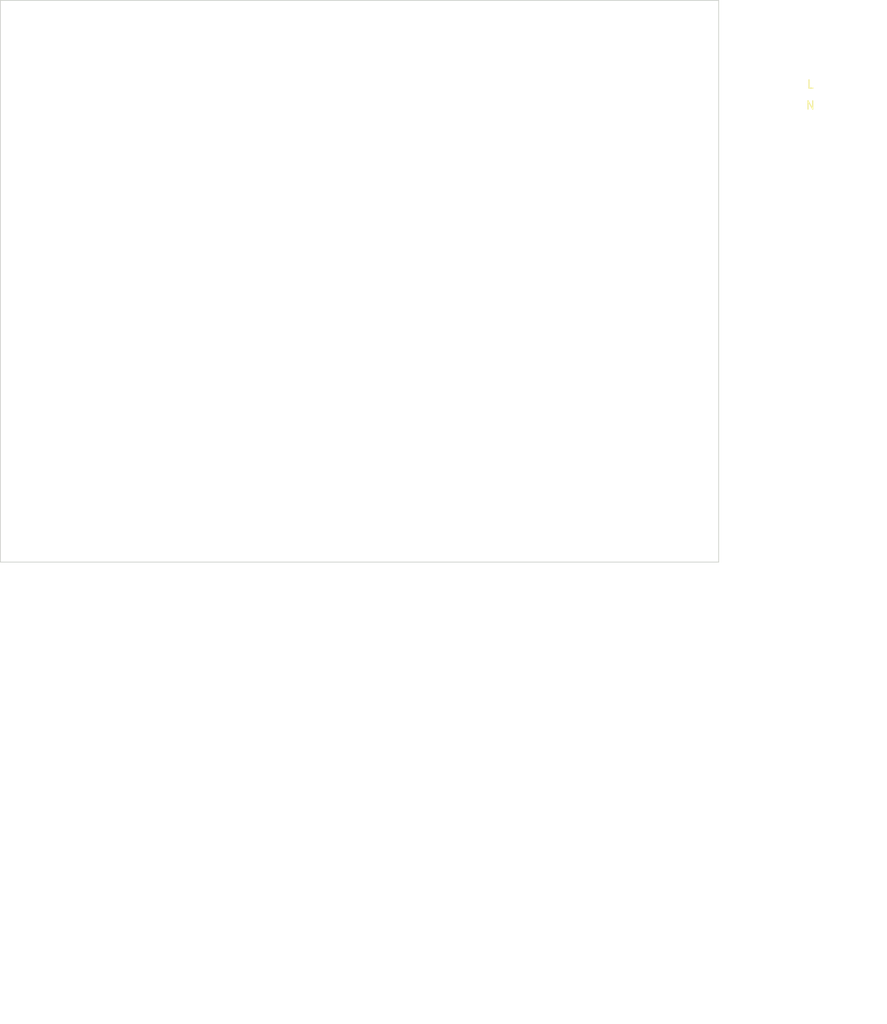
<source format=kicad_pcb>
(kicad_pcb (version 20211014) (generator pcbnew)

  (general
    (thickness 1.6)
  )

  (paper "A4")
  (layers
    (0 "F.Cu" signal)
    (31 "B.Cu" signal)
    (32 "B.Adhes" user "B.Adhesive")
    (33 "F.Adhes" user "F.Adhesive")
    (34 "B.Paste" user)
    (35 "F.Paste" user)
    (36 "B.SilkS" user "B.Silkscreen")
    (37 "F.SilkS" user "F.Silkscreen")
    (38 "B.Mask" user)
    (39 "F.Mask" user)
    (40 "Dwgs.User" user "User.Drawings")
    (41 "Cmts.User" user "User.Comments")
    (42 "Eco1.User" user "User.Eco1")
    (43 "Eco2.User" user "User.Eco2")
    (44 "Edge.Cuts" user)
    (45 "Margin" user)
    (46 "B.CrtYd" user "B.Courtyard")
    (47 "F.CrtYd" user "F.Courtyard")
    (48 "B.Fab" user)
    (49 "F.Fab" user)
    (50 "User.1" user)
    (51 "User.2" user)
    (52 "User.3" user)
    (53 "User.4" user)
    (54 "User.5" user)
    (55 "User.6" user)
    (56 "User.7" user)
    (57 "User.8" user)
    (58 "User.9" user)
  )

  (setup
    (pad_to_mask_clearance 0)
    (pcbplotparams
      (layerselection 0x00010fc_ffffffff)
      (disableapertmacros false)
      (usegerberextensions true)
      (usegerberattributes false)
      (usegerberadvancedattributes false)
      (creategerberjobfile false)
      (svguseinch false)
      (svgprecision 6)
      (excludeedgelayer true)
      (plotframeref false)
      (viasonmask false)
      (mode 1)
      (useauxorigin false)
      (hpglpennumber 1)
      (hpglpenspeed 20)
      (hpglpendiameter 15.000000)
      (dxfpolygonmode true)
      (dxfimperialunits true)
      (dxfusepcbnewfont true)
      (psnegative false)
      (psa4output false)
      (plotreference true)
      (plotvalue false)
      (plotinvisibletext false)
      (sketchpadsonfab false)
      (subtractmaskfromsilk true)
      (outputformat 1)
      (mirror false)
      (drillshape 0)
      (scaleselection 1)
      (outputdirectory "order/")
    )
  )

  (net 0 "")

  (gr_line locked (start 106.36 50.8) (end 193.36 50.8) (layer "Edge.Cuts") (width 0.1) (tstamp 1b3064ff-f326-4728-bece-2d8288e0c3a7))
  (gr_line locked (start 106.36 118.8) (end 106.36 50.8) (layer "Edge.Cuts") (width 0.1) (tstamp 41694881-07b2-4449-970b-a0a04e7ed871))
  (gr_line locked (start 193.36 118.8) (end 193.36 50.8) (layer "Edge.Cuts") (width 0.1) (tstamp 47efff7e-fb7c-40cf-bc97-0950285854db))
  (gr_line locked (start 106.36 118.8) (end 193.36 118.8) (layer "Edge.Cuts") (width 0.1) (tstamp f409c2d0-1214-4bef-810e-97403e0227df))
  (gr_text "L" (at 204.47 60.96) (layer "F.SilkS") (tstamp 2df41b52-c285-4fd7-a353-130335cc2ad2)
    (effects (font (size 1 1) (thickness 0.15)))
  )
  (gr_text "N" (at 204.47 63.5) (layer "F.SilkS") (tstamp ceb28b26-70d5-4559-b0a0-4e091e4b60cc)
    (effects (font (size 1 1) (thickness 0.15)))
  )
  (gr_text "Size: 87 x 68" (at 198.12 172.72) (layer "Cmts.User") (tstamp 12768145-3120-4ddc-880f-7b2a84d966a3)
    (effects (font (size 3 3) (thickness 0.15)))
  )

)

</source>
